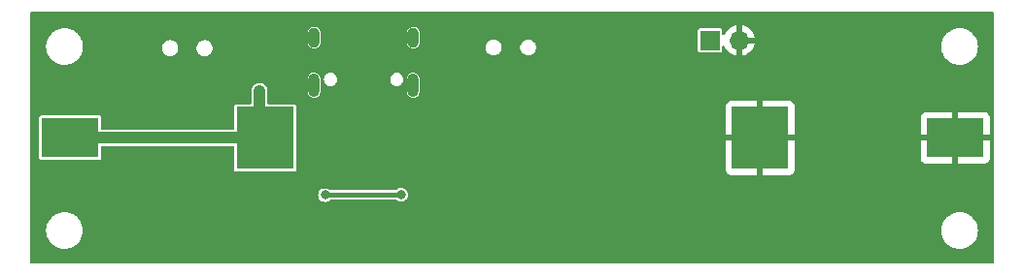
<source format=gbr>
%TF.GenerationSoftware,KiCad,Pcbnew,(6.0.11-0)*%
%TF.CreationDate,2024-11-14T16:08:27+08:00*%
%TF.ProjectId,Li-Po_charger,4c692d50-6f5f-4636-9861-726765722e6b,V1.0*%
%TF.SameCoordinates,Original*%
%TF.FileFunction,Copper,L2,Bot*%
%TF.FilePolarity,Positive*%
%FSLAX46Y46*%
G04 Gerber Fmt 4.6, Leading zero omitted, Abs format (unit mm)*
G04 Created by KiCad (PCBNEW (6.0.11-0)) date 2024-11-14 16:08:27*
%MOMM*%
%LPD*%
G01*
G04 APERTURE LIST*
%TA.AperFunction,ComponentPad*%
%ADD10R,1.700000X1.700000*%
%TD*%
%TA.AperFunction,ComponentPad*%
%ADD11O,1.700000X1.700000*%
%TD*%
%TA.AperFunction,ComponentPad*%
%ADD12O,1.000000X2.100000*%
%TD*%
%TA.AperFunction,ComponentPad*%
%ADD13O,1.000000X1.800000*%
%TD*%
%TA.AperFunction,SMDPad,CuDef*%
%ADD14R,5.000000X3.500000*%
%TD*%
%TA.AperFunction,ComponentPad*%
%ADD15C,2.500000*%
%TD*%
%TA.AperFunction,SMDPad,CuDef*%
%ADD16R,5.000000X5.500000*%
%TD*%
%TA.AperFunction,ViaPad*%
%ADD17C,0.800000*%
%TD*%
%TA.AperFunction,Conductor*%
%ADD18C,0.400000*%
%TD*%
%TA.AperFunction,Conductor*%
%ADD19C,1.000000*%
%TD*%
G04 APERTURE END LIST*
D10*
%TO.P,J3,1,Pin_1*%
%TO.N,Net-(C2-Pad1)*%
X134250000Y-64475000D03*
D11*
%TO.P,J3,2,Pin_2*%
%TO.N,GND*%
X136790000Y-64475000D03*
%TD*%
D12*
%TO.P,J1,S1,SHIELD*%
%TO.N,unconnected-(J1-PadS1)*%
X108382500Y-68390000D03*
%TO.P,J1,S2,SHIELD*%
%TO.N,unconnected-(J1-PadS2)*%
X99742500Y-68390000D03*
D13*
%TO.P,J1,S3,SHIELD*%
%TO.N,unconnected-(J1-PadS3)*%
X108382500Y-64240000D03*
%TO.P,J1,S4,SHIELD*%
%TO.N,unconnected-(J1-PadS4)*%
X99742500Y-64240000D03*
%TD*%
D14*
%TO.P,J2,1,Pin_1*%
%TO.N,Net-(J2-Pad1)*%
X78500000Y-73000000D03*
D15*
X95000000Y-73000000D03*
D16*
X95500000Y-73000000D03*
D15*
X79000000Y-73000000D03*
%TD*%
D16*
%TO.P,J5,1,Pin_1*%
%TO.N,GND*%
X138625000Y-73000000D03*
D14*
X155625000Y-73000000D03*
D15*
X155125000Y-73000000D03*
X139125000Y-73000000D03*
%TD*%
D17*
%TO.N,GND*%
X107300000Y-76000000D03*
X112000000Y-83000000D03*
X132000000Y-78000000D03*
X82000000Y-83000000D03*
X126200000Y-73500000D03*
X112000000Y-78000000D03*
X142000000Y-83000000D03*
X112000000Y-68000000D03*
X132000000Y-68000000D03*
X133500000Y-73400000D03*
X131500000Y-73400000D03*
X76000000Y-78000000D03*
X100700000Y-76000000D03*
X112000000Y-63000000D03*
X132000000Y-63000000D03*
X158000000Y-78000000D03*
X102000000Y-63000000D03*
X82000000Y-78000000D03*
X158000000Y-68000000D03*
X92000000Y-83000000D03*
X129500000Y-73400000D03*
X92000000Y-78000000D03*
X132000000Y-83000000D03*
X152000000Y-78000000D03*
X152000000Y-68000000D03*
X123100000Y-73500000D03*
X142000000Y-78000000D03*
X122000000Y-63000000D03*
X152000000Y-83000000D03*
X152000000Y-63000000D03*
X103400000Y-72200000D03*
X82000000Y-68000000D03*
X142000000Y-68000000D03*
X122000000Y-78000000D03*
X82000000Y-63000000D03*
X76000000Y-68000000D03*
X122000000Y-83000000D03*
%TO.N,VBUS*%
X100700000Y-78000000D03*
X107325000Y-77975000D03*
%TO.N,Net-(J2-Pad1)*%
X95000000Y-68900000D03*
%TD*%
D18*
%TO.N,VBUS*%
X107325000Y-77975000D02*
X100725000Y-77975000D01*
X100725000Y-77975000D02*
X100700000Y-78000000D01*
D19*
%TO.N,Net-(J2-Pad1)*%
X95000000Y-73000000D02*
X95000000Y-68900000D01*
X79000000Y-73000000D02*
X95000000Y-73000000D01*
%TD*%
%TA.AperFunction,Conductor*%
%TO.N,GND*%
G36*
X158941121Y-62021002D02*
G01*
X158987614Y-62074658D01*
X158999000Y-62127000D01*
X158999000Y-83873000D01*
X158978998Y-83941121D01*
X158925342Y-83987614D01*
X158873000Y-83999000D01*
X75127000Y-83999000D01*
X75058879Y-83978998D01*
X75012386Y-83925342D01*
X75001000Y-83873000D01*
X75001000Y-81100000D01*
X76394551Y-81100000D01*
X76414317Y-81351148D01*
X76473127Y-81596111D01*
X76569534Y-81828859D01*
X76701164Y-82043659D01*
X76704376Y-82047419D01*
X76704379Y-82047424D01*
X76849256Y-82217052D01*
X76864776Y-82235224D01*
X76868538Y-82238437D01*
X77052576Y-82395621D01*
X77052581Y-82395624D01*
X77056341Y-82398836D01*
X77271141Y-82530466D01*
X77275711Y-82532359D01*
X77275715Y-82532361D01*
X77499316Y-82624979D01*
X77503889Y-82626873D01*
X77588289Y-82647135D01*
X77744039Y-82684528D01*
X77744045Y-82684529D01*
X77748852Y-82685683D01*
X77837149Y-82692632D01*
X77934661Y-82700307D01*
X77934670Y-82700307D01*
X77937118Y-82700500D01*
X78062882Y-82700500D01*
X78065330Y-82700307D01*
X78065339Y-82700307D01*
X78162851Y-82692632D01*
X78251148Y-82685683D01*
X78255955Y-82684529D01*
X78255961Y-82684528D01*
X78411711Y-82647135D01*
X78496111Y-82626873D01*
X78500684Y-82624979D01*
X78724285Y-82532361D01*
X78724289Y-82532359D01*
X78728859Y-82530466D01*
X78943659Y-82398836D01*
X78947419Y-82395624D01*
X78947424Y-82395621D01*
X79131462Y-82238437D01*
X79135224Y-82235224D01*
X79150744Y-82217052D01*
X79295621Y-82047424D01*
X79295624Y-82047419D01*
X79298836Y-82043659D01*
X79430466Y-81828859D01*
X79526873Y-81596111D01*
X79585683Y-81351148D01*
X79605449Y-81100000D01*
X154394551Y-81100000D01*
X154414317Y-81351148D01*
X154473127Y-81596111D01*
X154569534Y-81828859D01*
X154701164Y-82043659D01*
X154704376Y-82047419D01*
X154704379Y-82047424D01*
X154849256Y-82217052D01*
X154864776Y-82235224D01*
X154868538Y-82238437D01*
X155052576Y-82395621D01*
X155052581Y-82395624D01*
X155056341Y-82398836D01*
X155271141Y-82530466D01*
X155275711Y-82532359D01*
X155275715Y-82532361D01*
X155499316Y-82624979D01*
X155503889Y-82626873D01*
X155588289Y-82647135D01*
X155744039Y-82684528D01*
X155744045Y-82684529D01*
X155748852Y-82685683D01*
X155837149Y-82692632D01*
X155934661Y-82700307D01*
X155934670Y-82700307D01*
X155937118Y-82700500D01*
X156062882Y-82700500D01*
X156065330Y-82700307D01*
X156065339Y-82700307D01*
X156162851Y-82692632D01*
X156251148Y-82685683D01*
X156255955Y-82684529D01*
X156255961Y-82684528D01*
X156411711Y-82647135D01*
X156496111Y-82626873D01*
X156500684Y-82624979D01*
X156724285Y-82532361D01*
X156724289Y-82532359D01*
X156728859Y-82530466D01*
X156943659Y-82398836D01*
X156947419Y-82395624D01*
X156947424Y-82395621D01*
X157131462Y-82238437D01*
X157135224Y-82235224D01*
X157150744Y-82217052D01*
X157295621Y-82047424D01*
X157295624Y-82047419D01*
X157298836Y-82043659D01*
X157430466Y-81828859D01*
X157526873Y-81596111D01*
X157585683Y-81351148D01*
X157605449Y-81100000D01*
X157585683Y-80848852D01*
X157526873Y-80603889D01*
X157430466Y-80371141D01*
X157298836Y-80156341D01*
X157295624Y-80152581D01*
X157295621Y-80152576D01*
X157138437Y-79968538D01*
X157135224Y-79964776D01*
X157117052Y-79949256D01*
X156947424Y-79804379D01*
X156947419Y-79804376D01*
X156943659Y-79801164D01*
X156728859Y-79669534D01*
X156724289Y-79667641D01*
X156724285Y-79667639D01*
X156500684Y-79575021D01*
X156500682Y-79575020D01*
X156496111Y-79573127D01*
X156411711Y-79552865D01*
X156255961Y-79515472D01*
X156255955Y-79515471D01*
X156251148Y-79514317D01*
X156162851Y-79507368D01*
X156065339Y-79499693D01*
X156065330Y-79499693D01*
X156062882Y-79499500D01*
X155937118Y-79499500D01*
X155934670Y-79499693D01*
X155934661Y-79499693D01*
X155837149Y-79507368D01*
X155748852Y-79514317D01*
X155744045Y-79515471D01*
X155744039Y-79515472D01*
X155588289Y-79552865D01*
X155503889Y-79573127D01*
X155499318Y-79575020D01*
X155499316Y-79575021D01*
X155275715Y-79667639D01*
X155275711Y-79667641D01*
X155271141Y-79669534D01*
X155056341Y-79801164D01*
X155052581Y-79804376D01*
X155052576Y-79804379D01*
X154882948Y-79949256D01*
X154864776Y-79964776D01*
X154861563Y-79968538D01*
X154704379Y-80152576D01*
X154704376Y-80152581D01*
X154701164Y-80156341D01*
X154569534Y-80371141D01*
X154473127Y-80603889D01*
X154414317Y-80848852D01*
X154394551Y-81100000D01*
X79605449Y-81100000D01*
X79585683Y-80848852D01*
X79526873Y-80603889D01*
X79430466Y-80371141D01*
X79298836Y-80156341D01*
X79295624Y-80152581D01*
X79295621Y-80152576D01*
X79138437Y-79968538D01*
X79135224Y-79964776D01*
X79117052Y-79949256D01*
X78947424Y-79804379D01*
X78947419Y-79804376D01*
X78943659Y-79801164D01*
X78728859Y-79669534D01*
X78724289Y-79667641D01*
X78724285Y-79667639D01*
X78500684Y-79575021D01*
X78500682Y-79575020D01*
X78496111Y-79573127D01*
X78411711Y-79552865D01*
X78255961Y-79515472D01*
X78255955Y-79515471D01*
X78251148Y-79514317D01*
X78162851Y-79507368D01*
X78065339Y-79499693D01*
X78065330Y-79499693D01*
X78062882Y-79499500D01*
X77937118Y-79499500D01*
X77934670Y-79499693D01*
X77934661Y-79499693D01*
X77837149Y-79507368D01*
X77748852Y-79514317D01*
X77744045Y-79515471D01*
X77744039Y-79515472D01*
X77588289Y-79552865D01*
X77503889Y-79573127D01*
X77499318Y-79575020D01*
X77499316Y-79575021D01*
X77275715Y-79667639D01*
X77275711Y-79667641D01*
X77271141Y-79669534D01*
X77056341Y-79801164D01*
X77052581Y-79804376D01*
X77052576Y-79804379D01*
X76882948Y-79949256D01*
X76864776Y-79964776D01*
X76861563Y-79968538D01*
X76704379Y-80152576D01*
X76704376Y-80152581D01*
X76701164Y-80156341D01*
X76569534Y-80371141D01*
X76473127Y-80603889D01*
X76414317Y-80848852D01*
X76394551Y-81100000D01*
X75001000Y-81100000D01*
X75001000Y-78000000D01*
X100094318Y-78000000D01*
X100114956Y-78156762D01*
X100175464Y-78302841D01*
X100271718Y-78428282D01*
X100397159Y-78524536D01*
X100543238Y-78585044D01*
X100700000Y-78605682D01*
X100708188Y-78604604D01*
X100848574Y-78586122D01*
X100856762Y-78585044D01*
X101002841Y-78524536D01*
X101128282Y-78428282D01*
X101133305Y-78421736D01*
X101139150Y-78415891D01*
X101140839Y-78417580D01*
X101188298Y-78382928D01*
X101230920Y-78375500D01*
X106818269Y-78375500D01*
X106886390Y-78395502D01*
X106896460Y-78403618D01*
X106896718Y-78403282D01*
X107022159Y-78499536D01*
X107168238Y-78560044D01*
X107325000Y-78580682D01*
X107333188Y-78579604D01*
X107473574Y-78561122D01*
X107481762Y-78560044D01*
X107627841Y-78499536D01*
X107729232Y-78421736D01*
X107746736Y-78408305D01*
X107753282Y-78403282D01*
X107849536Y-78277841D01*
X107910044Y-78131762D01*
X107930682Y-77975000D01*
X107910044Y-77818238D01*
X107849536Y-77672159D01*
X107753282Y-77546718D01*
X107627841Y-77450464D01*
X107481762Y-77389956D01*
X107325000Y-77369318D01*
X107168238Y-77389956D01*
X107022159Y-77450464D01*
X106896718Y-77546718D01*
X106894928Y-77544386D01*
X106845052Y-77571621D01*
X106818269Y-77574500D01*
X101174679Y-77574500D01*
X101106558Y-77554498D01*
X101097975Y-77548462D01*
X101009397Y-77480494D01*
X101009392Y-77480491D01*
X101002841Y-77475464D01*
X100856762Y-77414956D01*
X100700000Y-77394318D01*
X100543238Y-77414956D01*
X100397159Y-77475464D01*
X100271718Y-77571718D01*
X100175464Y-77697159D01*
X100114956Y-77843238D01*
X100094318Y-78000000D01*
X75001000Y-78000000D01*
X75001000Y-74769748D01*
X75799500Y-74769748D01*
X75811133Y-74828231D01*
X75855448Y-74894552D01*
X75921769Y-74938867D01*
X75933938Y-74941288D01*
X75933939Y-74941288D01*
X75974184Y-74949293D01*
X75980252Y-74950500D01*
X81019748Y-74950500D01*
X81025816Y-74949293D01*
X81066061Y-74941288D01*
X81066062Y-74941288D01*
X81078231Y-74938867D01*
X81144552Y-74894552D01*
X81188867Y-74828231D01*
X81200500Y-74769748D01*
X81200500Y-73826500D01*
X81220502Y-73758379D01*
X81274158Y-73711886D01*
X81326500Y-73700500D01*
X92673500Y-73700500D01*
X92741621Y-73720502D01*
X92788114Y-73774158D01*
X92799500Y-73826500D01*
X92799500Y-75769748D01*
X92811133Y-75828231D01*
X92855448Y-75894552D01*
X92921769Y-75938867D01*
X92933938Y-75941288D01*
X92933939Y-75941288D01*
X92974184Y-75949293D01*
X92980252Y-75950500D01*
X98019748Y-75950500D01*
X98025816Y-75949293D01*
X98066061Y-75941288D01*
X98066062Y-75941288D01*
X98078231Y-75938867D01*
X98144552Y-75894552D01*
X98188867Y-75828231D01*
X98195543Y-75794669D01*
X135617001Y-75794669D01*
X135617371Y-75801490D01*
X135622895Y-75852352D01*
X135626521Y-75867604D01*
X135671676Y-75988054D01*
X135680214Y-76003649D01*
X135756715Y-76105724D01*
X135769276Y-76118285D01*
X135871351Y-76194786D01*
X135886946Y-76203324D01*
X136007394Y-76248478D01*
X136022649Y-76252105D01*
X136073514Y-76257631D01*
X136080328Y-76258000D01*
X138352885Y-76258000D01*
X138368124Y-76253525D01*
X138369329Y-76252135D01*
X138371000Y-76244452D01*
X138371000Y-76239884D01*
X138879000Y-76239884D01*
X138883475Y-76255123D01*
X138884865Y-76256328D01*
X138892548Y-76257999D01*
X141169669Y-76257999D01*
X141176490Y-76257629D01*
X141227352Y-76252105D01*
X141242604Y-76248479D01*
X141363054Y-76203324D01*
X141378649Y-76194786D01*
X141480724Y-76118285D01*
X141493285Y-76105724D01*
X141569786Y-76003649D01*
X141578324Y-75988054D01*
X141623478Y-75867606D01*
X141627105Y-75852351D01*
X141632631Y-75801486D01*
X141633000Y-75794672D01*
X141633000Y-74794669D01*
X152617001Y-74794669D01*
X152617371Y-74801490D01*
X152622895Y-74852352D01*
X152626521Y-74867604D01*
X152671676Y-74988054D01*
X152680214Y-75003649D01*
X152756715Y-75105724D01*
X152769276Y-75118285D01*
X152871351Y-75194786D01*
X152886946Y-75203324D01*
X153007394Y-75248478D01*
X153022649Y-75252105D01*
X153073514Y-75257631D01*
X153080328Y-75258000D01*
X155352885Y-75258000D01*
X155368124Y-75253525D01*
X155369329Y-75252135D01*
X155371000Y-75244452D01*
X155371000Y-75239884D01*
X155879000Y-75239884D01*
X155883475Y-75255123D01*
X155884865Y-75256328D01*
X155892548Y-75257999D01*
X158169669Y-75257999D01*
X158176490Y-75257629D01*
X158227352Y-75252105D01*
X158242604Y-75248479D01*
X158363054Y-75203324D01*
X158378649Y-75194786D01*
X158480724Y-75118285D01*
X158493285Y-75105724D01*
X158569786Y-75003649D01*
X158578324Y-74988054D01*
X158623478Y-74867606D01*
X158627105Y-74852351D01*
X158632631Y-74801486D01*
X158633000Y-74794672D01*
X158633000Y-73272115D01*
X158628525Y-73256876D01*
X158627135Y-73255671D01*
X158619452Y-73254000D01*
X155897115Y-73254000D01*
X155881876Y-73258475D01*
X155880671Y-73259865D01*
X155879000Y-73267548D01*
X155879000Y-75239884D01*
X155371000Y-75239884D01*
X155371000Y-73272115D01*
X155366525Y-73256876D01*
X155365135Y-73255671D01*
X155357452Y-73254000D01*
X152635116Y-73254000D01*
X152619877Y-73258475D01*
X152618672Y-73259865D01*
X152617001Y-73267548D01*
X152617001Y-74794669D01*
X141633000Y-74794669D01*
X141633000Y-73272115D01*
X141628525Y-73256876D01*
X141627135Y-73255671D01*
X141619452Y-73254000D01*
X138897115Y-73254000D01*
X138881876Y-73258475D01*
X138880671Y-73259865D01*
X138879000Y-73267548D01*
X138879000Y-76239884D01*
X138371000Y-76239884D01*
X138371000Y-73272115D01*
X138366525Y-73256876D01*
X138365135Y-73255671D01*
X138357452Y-73254000D01*
X135635116Y-73254000D01*
X135619877Y-73258475D01*
X135618672Y-73259865D01*
X135617001Y-73267548D01*
X135617001Y-75794669D01*
X98195543Y-75794669D01*
X98200500Y-75769748D01*
X98200500Y-72727885D01*
X135617000Y-72727885D01*
X135621475Y-72743124D01*
X135622865Y-72744329D01*
X135630548Y-72746000D01*
X138352885Y-72746000D01*
X138368124Y-72741525D01*
X138369329Y-72740135D01*
X138371000Y-72732452D01*
X138371000Y-72727885D01*
X138879000Y-72727885D01*
X138883475Y-72743124D01*
X138884865Y-72744329D01*
X138892548Y-72746000D01*
X141614884Y-72746000D01*
X141630123Y-72741525D01*
X141631328Y-72740135D01*
X141632999Y-72732452D01*
X141632999Y-72727885D01*
X152617000Y-72727885D01*
X152621475Y-72743124D01*
X152622865Y-72744329D01*
X152630548Y-72746000D01*
X155352885Y-72746000D01*
X155368124Y-72741525D01*
X155369329Y-72740135D01*
X155371000Y-72732452D01*
X155371000Y-72727885D01*
X155879000Y-72727885D01*
X155883475Y-72743124D01*
X155884865Y-72744329D01*
X155892548Y-72746000D01*
X158614884Y-72746000D01*
X158630123Y-72741525D01*
X158631328Y-72740135D01*
X158632999Y-72732452D01*
X158632999Y-71205331D01*
X158632629Y-71198510D01*
X158627105Y-71147648D01*
X158623479Y-71132396D01*
X158578324Y-71011946D01*
X158569786Y-70996351D01*
X158493285Y-70894276D01*
X158480724Y-70881715D01*
X158378649Y-70805214D01*
X158363054Y-70796676D01*
X158242606Y-70751522D01*
X158227351Y-70747895D01*
X158176486Y-70742369D01*
X158169672Y-70742000D01*
X155897115Y-70742000D01*
X155881876Y-70746475D01*
X155880671Y-70747865D01*
X155879000Y-70755548D01*
X155879000Y-72727885D01*
X155371000Y-72727885D01*
X155371000Y-70760116D01*
X155366525Y-70744877D01*
X155365135Y-70743672D01*
X155357452Y-70742001D01*
X153080331Y-70742001D01*
X153073510Y-70742371D01*
X153022648Y-70747895D01*
X153007396Y-70751521D01*
X152886946Y-70796676D01*
X152871351Y-70805214D01*
X152769276Y-70881715D01*
X152756715Y-70894276D01*
X152680214Y-70996351D01*
X152671676Y-71011946D01*
X152626522Y-71132394D01*
X152622895Y-71147649D01*
X152617369Y-71198514D01*
X152617000Y-71205328D01*
X152617000Y-72727885D01*
X141632999Y-72727885D01*
X141632999Y-70205331D01*
X141632629Y-70198510D01*
X141627105Y-70147648D01*
X141623479Y-70132396D01*
X141578324Y-70011946D01*
X141569786Y-69996351D01*
X141493285Y-69894276D01*
X141480724Y-69881715D01*
X141378649Y-69805214D01*
X141363054Y-69796676D01*
X141242606Y-69751522D01*
X141227351Y-69747895D01*
X141176486Y-69742369D01*
X141169672Y-69742000D01*
X138897115Y-69742000D01*
X138881876Y-69746475D01*
X138880671Y-69747865D01*
X138879000Y-69755548D01*
X138879000Y-72727885D01*
X138371000Y-72727885D01*
X138371000Y-69760116D01*
X138366525Y-69744877D01*
X138365135Y-69743672D01*
X138357452Y-69742001D01*
X136080331Y-69742001D01*
X136073510Y-69742371D01*
X136022648Y-69747895D01*
X136007396Y-69751521D01*
X135886946Y-69796676D01*
X135871351Y-69805214D01*
X135769276Y-69881715D01*
X135756715Y-69894276D01*
X135680214Y-69996351D01*
X135671676Y-70011946D01*
X135626522Y-70132394D01*
X135622895Y-70147649D01*
X135617369Y-70198514D01*
X135617000Y-70205328D01*
X135617000Y-72727885D01*
X98200500Y-72727885D01*
X98200500Y-70230252D01*
X98188867Y-70171769D01*
X98144552Y-70105448D01*
X98078231Y-70061133D01*
X98066062Y-70058712D01*
X98066061Y-70058712D01*
X98025816Y-70050707D01*
X98019748Y-70049500D01*
X95826500Y-70049500D01*
X95758379Y-70029498D01*
X95711886Y-69975842D01*
X95700500Y-69923500D01*
X95700500Y-68977785D01*
X99192000Y-68977785D01*
X99192582Y-68982030D01*
X99192582Y-68982037D01*
X99197944Y-69021175D01*
X99207294Y-69089432D01*
X99210706Y-69097316D01*
X99210706Y-69097317D01*
X99243593Y-69173313D01*
X99267195Y-69227855D01*
X99362114Y-69345070D01*
X99485058Y-69432442D01*
X99626968Y-69483533D01*
X99635530Y-69484162D01*
X99635531Y-69484162D01*
X99702180Y-69489057D01*
X99777391Y-69494580D01*
X99785806Y-69492883D01*
X99785809Y-69492883D01*
X99851317Y-69479673D01*
X99925243Y-69464767D01*
X100059632Y-69396293D01*
X100170656Y-69294201D01*
X100216680Y-69219971D01*
X100245610Y-69173313D01*
X100245611Y-69173310D01*
X100250135Y-69166014D01*
X100292215Y-69021175D01*
X100293000Y-69010485D01*
X100293000Y-68977785D01*
X107832000Y-68977785D01*
X107832582Y-68982030D01*
X107832582Y-68982037D01*
X107837944Y-69021175D01*
X107847294Y-69089432D01*
X107850706Y-69097316D01*
X107850706Y-69097317D01*
X107883593Y-69173313D01*
X107907195Y-69227855D01*
X108002114Y-69345070D01*
X108125058Y-69432442D01*
X108266968Y-69483533D01*
X108275530Y-69484162D01*
X108275531Y-69484162D01*
X108342180Y-69489057D01*
X108417391Y-69494580D01*
X108425806Y-69492883D01*
X108425809Y-69492883D01*
X108491317Y-69479673D01*
X108565243Y-69464767D01*
X108699632Y-69396293D01*
X108810656Y-69294201D01*
X108856680Y-69219971D01*
X108885610Y-69173313D01*
X108885611Y-69173310D01*
X108890135Y-69166014D01*
X108932215Y-69021175D01*
X108933000Y-69010485D01*
X108933000Y-67802215D01*
X108928839Y-67771834D01*
X108918872Y-67699082D01*
X108917706Y-67690568D01*
X108881715Y-67607397D01*
X108861217Y-67560029D01*
X108861216Y-67560027D01*
X108857805Y-67552145D01*
X108762886Y-67434930D01*
X108639942Y-67347558D01*
X108498032Y-67296467D01*
X108489470Y-67295838D01*
X108489469Y-67295838D01*
X108422821Y-67290944D01*
X108347609Y-67285420D01*
X108339194Y-67287117D01*
X108339191Y-67287117D01*
X108292823Y-67296467D01*
X108199757Y-67315233D01*
X108065368Y-67383707D01*
X107954344Y-67485799D01*
X107917348Y-67545467D01*
X107879390Y-67606687D01*
X107879389Y-67606690D01*
X107874865Y-67613986D01*
X107832785Y-67758825D01*
X107832000Y-67769515D01*
X107832000Y-68977785D01*
X100293000Y-68977785D01*
X100293000Y-67890000D01*
X100592034Y-67890000D01*
X100611813Y-68040236D01*
X100669802Y-68180233D01*
X100762049Y-68300451D01*
X100882267Y-68392698D01*
X101022264Y-68450687D01*
X101134780Y-68465500D01*
X101210220Y-68465500D01*
X101322736Y-68450687D01*
X101462733Y-68392698D01*
X101582951Y-68300451D01*
X101675198Y-68180233D01*
X101733187Y-68040236D01*
X101752966Y-67890000D01*
X106372034Y-67890000D01*
X106391813Y-68040236D01*
X106449802Y-68180233D01*
X106542049Y-68300451D01*
X106662267Y-68392698D01*
X106802264Y-68450687D01*
X106914780Y-68465500D01*
X106990220Y-68465500D01*
X107102736Y-68450687D01*
X107242733Y-68392698D01*
X107362951Y-68300451D01*
X107455198Y-68180233D01*
X107513187Y-68040236D01*
X107532966Y-67890000D01*
X107513187Y-67739764D01*
X107455198Y-67599767D01*
X107362951Y-67479549D01*
X107242733Y-67387302D01*
X107102736Y-67329313D01*
X106990220Y-67314500D01*
X106914780Y-67314500D01*
X106802264Y-67329313D01*
X106662267Y-67387302D01*
X106542049Y-67479549D01*
X106449802Y-67599767D01*
X106391813Y-67739764D01*
X106372034Y-67890000D01*
X101752966Y-67890000D01*
X101733187Y-67739764D01*
X101675198Y-67599767D01*
X101582951Y-67479549D01*
X101462733Y-67387302D01*
X101322736Y-67329313D01*
X101210220Y-67314500D01*
X101134780Y-67314500D01*
X101022264Y-67329313D01*
X100882267Y-67387302D01*
X100762049Y-67479549D01*
X100669802Y-67599767D01*
X100611813Y-67739764D01*
X100592034Y-67890000D01*
X100293000Y-67890000D01*
X100293000Y-67802215D01*
X100288839Y-67771834D01*
X100278872Y-67699082D01*
X100277706Y-67690568D01*
X100241715Y-67607397D01*
X100221217Y-67560029D01*
X100221216Y-67560027D01*
X100217805Y-67552145D01*
X100122886Y-67434930D01*
X99999942Y-67347558D01*
X99858032Y-67296467D01*
X99849470Y-67295838D01*
X99849469Y-67295838D01*
X99782821Y-67290944D01*
X99707609Y-67285420D01*
X99699194Y-67287117D01*
X99699191Y-67287117D01*
X99652823Y-67296467D01*
X99559757Y-67315233D01*
X99425368Y-67383707D01*
X99314344Y-67485799D01*
X99277348Y-67545467D01*
X99239390Y-67606687D01*
X99239389Y-67606690D01*
X99234865Y-67613986D01*
X99192785Y-67758825D01*
X99192000Y-67769515D01*
X99192000Y-68977785D01*
X95700500Y-68977785D01*
X95700500Y-68857484D01*
X95685276Y-68731680D01*
X95625345Y-68573077D01*
X95541228Y-68450687D01*
X95533614Y-68439608D01*
X95533613Y-68439607D01*
X95529312Y-68433349D01*
X95517514Y-68422837D01*
X95408392Y-68325612D01*
X95408388Y-68325610D01*
X95402721Y-68320560D01*
X95252881Y-68241224D01*
X95088441Y-68199919D01*
X95080843Y-68199879D01*
X95080841Y-68199879D01*
X95003668Y-68199475D01*
X94918895Y-68199031D01*
X94911508Y-68200805D01*
X94911504Y-68200805D01*
X94768162Y-68235220D01*
X94754032Y-68238612D01*
X94747288Y-68242093D01*
X94747285Y-68242094D01*
X94634221Y-68300451D01*
X94603369Y-68316375D01*
X94475604Y-68427831D01*
X94378113Y-68566547D01*
X94316524Y-68724513D01*
X94299500Y-68853826D01*
X94299500Y-69923500D01*
X94279498Y-69991621D01*
X94225842Y-70038114D01*
X94173500Y-70049500D01*
X92980252Y-70049500D01*
X92974184Y-70050707D01*
X92933939Y-70058712D01*
X92933938Y-70058712D01*
X92921769Y-70061133D01*
X92855448Y-70105448D01*
X92811133Y-70171769D01*
X92799500Y-70230252D01*
X92799500Y-72173500D01*
X92779498Y-72241621D01*
X92725842Y-72288114D01*
X92673500Y-72299500D01*
X81326500Y-72299500D01*
X81258379Y-72279498D01*
X81211886Y-72225842D01*
X81200500Y-72173500D01*
X81200500Y-71230252D01*
X81188867Y-71171769D01*
X81144552Y-71105448D01*
X81078231Y-71061133D01*
X81066062Y-71058712D01*
X81066061Y-71058712D01*
X81025816Y-71050707D01*
X81019748Y-71049500D01*
X75980252Y-71049500D01*
X75974184Y-71050707D01*
X75933939Y-71058712D01*
X75933938Y-71058712D01*
X75921769Y-71061133D01*
X75855448Y-71105448D01*
X75811133Y-71171769D01*
X75799500Y-71230252D01*
X75799500Y-74769748D01*
X75001000Y-74769748D01*
X75001000Y-65000000D01*
X76394551Y-65000000D01*
X76414317Y-65251148D01*
X76415471Y-65255955D01*
X76415472Y-65255961D01*
X76447885Y-65390968D01*
X76473127Y-65496111D01*
X76475020Y-65500682D01*
X76475021Y-65500684D01*
X76546713Y-65673763D01*
X76569534Y-65728859D01*
X76701164Y-65943659D01*
X76704376Y-65947419D01*
X76704379Y-65947424D01*
X76849256Y-66117052D01*
X76864776Y-66135224D01*
X76868538Y-66138437D01*
X77052576Y-66295621D01*
X77052581Y-66295624D01*
X77056341Y-66298836D01*
X77271141Y-66430466D01*
X77275711Y-66432359D01*
X77275715Y-66432361D01*
X77499316Y-66524979D01*
X77503889Y-66526873D01*
X77588289Y-66547135D01*
X77744039Y-66584528D01*
X77744045Y-66584529D01*
X77748852Y-66585683D01*
X77837149Y-66592632D01*
X77934661Y-66600307D01*
X77934670Y-66600307D01*
X77937118Y-66600500D01*
X78062882Y-66600500D01*
X78065330Y-66600307D01*
X78065339Y-66600307D01*
X78162851Y-66592632D01*
X78251148Y-66585683D01*
X78255955Y-66584529D01*
X78255961Y-66584528D01*
X78411711Y-66547135D01*
X78496111Y-66526873D01*
X78500684Y-66524979D01*
X78724285Y-66432361D01*
X78724289Y-66432359D01*
X78728859Y-66430466D01*
X78943659Y-66298836D01*
X78947419Y-66295624D01*
X78947424Y-66295621D01*
X79131462Y-66138437D01*
X79135224Y-66135224D01*
X79150744Y-66117052D01*
X79295621Y-65947424D01*
X79295624Y-65947419D01*
X79298836Y-65943659D01*
X79430466Y-65728859D01*
X79453288Y-65673763D01*
X79524979Y-65500684D01*
X79524980Y-65500682D01*
X79526873Y-65496111D01*
X79552115Y-65390968D01*
X79584528Y-65255961D01*
X79584529Y-65255955D01*
X79585683Y-65251148D01*
X79587654Y-65226105D01*
X86499031Y-65226105D01*
X86500805Y-65233492D01*
X86500805Y-65233496D01*
X86505043Y-65251148D01*
X86538612Y-65390968D01*
X86542093Y-65397712D01*
X86542094Y-65397715D01*
X86573849Y-65459239D01*
X86616375Y-65541631D01*
X86621367Y-65547353D01*
X86621368Y-65547355D01*
X86656752Y-65587916D01*
X86727831Y-65669396D01*
X86734045Y-65673763D01*
X86860330Y-65762518D01*
X86860332Y-65762519D01*
X86866547Y-65766887D01*
X87024513Y-65828476D01*
X87032046Y-65829468D01*
X87032047Y-65829468D01*
X87149739Y-65844962D01*
X87153826Y-65845500D01*
X87242516Y-65845500D01*
X87368320Y-65830276D01*
X87526923Y-65770345D01*
X87593414Y-65724647D01*
X87660392Y-65678614D01*
X87660393Y-65678613D01*
X87666651Y-65674312D01*
X87711125Y-65624396D01*
X87774388Y-65553392D01*
X87774390Y-65553388D01*
X87779440Y-65547721D01*
X87786238Y-65534883D01*
X87855224Y-65404589D01*
X87858776Y-65397881D01*
X87900081Y-65233441D01*
X87900120Y-65226105D01*
X89499031Y-65226105D01*
X89500805Y-65233492D01*
X89500805Y-65233496D01*
X89505043Y-65251148D01*
X89538612Y-65390968D01*
X89542093Y-65397712D01*
X89542094Y-65397715D01*
X89573849Y-65459239D01*
X89616375Y-65541631D01*
X89621367Y-65547353D01*
X89621368Y-65547355D01*
X89656752Y-65587916D01*
X89727831Y-65669396D01*
X89734045Y-65673763D01*
X89860330Y-65762518D01*
X89860332Y-65762519D01*
X89866547Y-65766887D01*
X90024513Y-65828476D01*
X90032046Y-65829468D01*
X90032047Y-65829468D01*
X90149739Y-65844962D01*
X90153826Y-65845500D01*
X90242516Y-65845500D01*
X90368320Y-65830276D01*
X90526923Y-65770345D01*
X90593414Y-65724647D01*
X90660392Y-65678614D01*
X90660393Y-65678613D01*
X90666651Y-65674312D01*
X90711125Y-65624396D01*
X90774388Y-65553392D01*
X90774390Y-65553388D01*
X90779440Y-65547721D01*
X90786238Y-65534883D01*
X90855224Y-65404589D01*
X90858776Y-65397881D01*
X90900081Y-65233441D01*
X90900294Y-65192883D01*
X90900830Y-65090476D01*
X90900969Y-65063895D01*
X90896450Y-65045070D01*
X90863161Y-64906417D01*
X90861388Y-64899032D01*
X90848114Y-64873313D01*
X90787108Y-64755117D01*
X90787108Y-64755116D01*
X90783625Y-64748369D01*
X90778313Y-64742279D01*
X90722051Y-64677785D01*
X99192000Y-64677785D01*
X99192582Y-64682030D01*
X99192582Y-64682037D01*
X99197944Y-64721175D01*
X99207294Y-64789432D01*
X99210706Y-64797316D01*
X99210706Y-64797317D01*
X99251731Y-64892119D01*
X99267195Y-64927855D01*
X99362114Y-65045070D01*
X99485058Y-65132442D01*
X99626968Y-65183533D01*
X99635530Y-65184162D01*
X99635531Y-65184162D01*
X99693798Y-65188441D01*
X99777391Y-65194580D01*
X99785806Y-65192883D01*
X99785809Y-65192883D01*
X99851317Y-65179674D01*
X99925243Y-65164767D01*
X100059632Y-65096293D01*
X100170656Y-64994201D01*
X100229663Y-64899032D01*
X100245610Y-64873313D01*
X100245611Y-64873310D01*
X100250135Y-64866014D01*
X100292215Y-64721175D01*
X100293000Y-64710485D01*
X100293000Y-64677785D01*
X107832000Y-64677785D01*
X107832582Y-64682030D01*
X107832582Y-64682037D01*
X107837944Y-64721175D01*
X107847294Y-64789432D01*
X107850706Y-64797316D01*
X107850706Y-64797317D01*
X107891731Y-64892119D01*
X107907195Y-64927855D01*
X108002114Y-65045070D01*
X108125058Y-65132442D01*
X108266968Y-65183533D01*
X108275530Y-65184162D01*
X108275531Y-65184162D01*
X108333798Y-65188441D01*
X108417391Y-65194580D01*
X108425806Y-65192883D01*
X108425809Y-65192883D01*
X108484220Y-65181105D01*
X114699031Y-65181105D01*
X114700805Y-65188492D01*
X114700805Y-65188496D01*
X114721667Y-65275388D01*
X114738612Y-65345968D01*
X114742093Y-65352712D01*
X114742094Y-65352715D01*
X114802398Y-65469552D01*
X114816375Y-65496631D01*
X114821367Y-65502353D01*
X114821368Y-65502355D01*
X114883808Y-65573931D01*
X114927831Y-65624396D01*
X114934045Y-65628763D01*
X115060330Y-65717518D01*
X115060332Y-65717519D01*
X115066547Y-65721887D01*
X115224513Y-65783476D01*
X115232046Y-65784468D01*
X115232047Y-65784468D01*
X115304946Y-65794065D01*
X115353826Y-65800500D01*
X115442516Y-65800500D01*
X115568320Y-65785276D01*
X115726923Y-65725345D01*
X115808329Y-65669396D01*
X115860392Y-65633614D01*
X115860393Y-65633613D01*
X115866651Y-65629312D01*
X115934294Y-65553392D01*
X115974388Y-65508392D01*
X115974390Y-65508388D01*
X115979440Y-65502721D01*
X115986238Y-65489883D01*
X116055224Y-65359589D01*
X116058776Y-65352881D01*
X116100081Y-65188441D01*
X116100120Y-65181105D01*
X117699031Y-65181105D01*
X117700805Y-65188492D01*
X117700805Y-65188496D01*
X117721667Y-65275388D01*
X117738612Y-65345968D01*
X117742093Y-65352712D01*
X117742094Y-65352715D01*
X117802398Y-65469552D01*
X117816375Y-65496631D01*
X117821367Y-65502353D01*
X117821368Y-65502355D01*
X117883808Y-65573931D01*
X117927831Y-65624396D01*
X117934045Y-65628763D01*
X118060330Y-65717518D01*
X118060332Y-65717519D01*
X118066547Y-65721887D01*
X118224513Y-65783476D01*
X118232046Y-65784468D01*
X118232047Y-65784468D01*
X118304946Y-65794065D01*
X118353826Y-65800500D01*
X118442516Y-65800500D01*
X118568320Y-65785276D01*
X118726923Y-65725345D01*
X118808329Y-65669396D01*
X118860392Y-65633614D01*
X118860393Y-65633613D01*
X118866651Y-65629312D01*
X118934294Y-65553392D01*
X118974388Y-65508392D01*
X118974390Y-65508388D01*
X118979440Y-65502721D01*
X118986238Y-65489883D01*
X119055224Y-65359589D01*
X119058776Y-65352881D01*
X119060819Y-65344748D01*
X133199500Y-65344748D01*
X133211133Y-65403231D01*
X133255448Y-65469552D01*
X133321769Y-65513867D01*
X133333938Y-65516288D01*
X133333939Y-65516288D01*
X133374184Y-65524293D01*
X133380252Y-65525500D01*
X135119748Y-65525500D01*
X135125816Y-65524293D01*
X135166061Y-65516288D01*
X135166062Y-65516288D01*
X135178231Y-65513867D01*
X135244552Y-65469552D01*
X135288867Y-65403231D01*
X135300500Y-65344748D01*
X135300500Y-65061752D01*
X135320502Y-64993631D01*
X135374158Y-64947138D01*
X135444432Y-64937034D01*
X135509012Y-64966528D01*
X135543243Y-65014348D01*
X135571770Y-65084603D01*
X135576413Y-65093794D01*
X135687694Y-65275388D01*
X135693777Y-65283699D01*
X135833213Y-65444667D01*
X135840580Y-65451883D01*
X136004434Y-65587916D01*
X136012881Y-65593831D01*
X136196756Y-65701279D01*
X136206042Y-65705729D01*
X136405001Y-65781703D01*
X136414899Y-65784579D01*
X136518250Y-65805606D01*
X136532299Y-65804410D01*
X136536000Y-65794065D01*
X136536000Y-65793517D01*
X137044000Y-65793517D01*
X137048064Y-65807359D01*
X137061478Y-65809393D01*
X137068184Y-65808534D01*
X137078262Y-65806392D01*
X137282255Y-65745191D01*
X137291842Y-65741433D01*
X137483095Y-65647739D01*
X137491945Y-65642464D01*
X137665328Y-65518792D01*
X137673200Y-65512139D01*
X137824052Y-65361812D01*
X137830730Y-65353965D01*
X137955003Y-65181020D01*
X137960313Y-65172183D01*
X138045412Y-65000000D01*
X154394551Y-65000000D01*
X154414317Y-65251148D01*
X154415471Y-65255955D01*
X154415472Y-65255961D01*
X154447885Y-65390968D01*
X154473127Y-65496111D01*
X154475020Y-65500682D01*
X154475021Y-65500684D01*
X154546713Y-65673763D01*
X154569534Y-65728859D01*
X154701164Y-65943659D01*
X154704376Y-65947419D01*
X154704379Y-65947424D01*
X154849256Y-66117052D01*
X154864776Y-66135224D01*
X154868538Y-66138437D01*
X155052576Y-66295621D01*
X155052581Y-66295624D01*
X155056341Y-66298836D01*
X155271141Y-66430466D01*
X155275711Y-66432359D01*
X155275715Y-66432361D01*
X155499316Y-66524979D01*
X155503889Y-66526873D01*
X155588289Y-66547135D01*
X155744039Y-66584528D01*
X155744045Y-66584529D01*
X155748852Y-66585683D01*
X155837149Y-66592632D01*
X155934661Y-66600307D01*
X155934670Y-66600307D01*
X155937118Y-66600500D01*
X156062882Y-66600500D01*
X156065330Y-66600307D01*
X156065339Y-66600307D01*
X156162851Y-66592632D01*
X156251148Y-66585683D01*
X156255955Y-66584529D01*
X156255961Y-66584528D01*
X156411711Y-66547135D01*
X156496111Y-66526873D01*
X156500684Y-66524979D01*
X156724285Y-66432361D01*
X156724289Y-66432359D01*
X156728859Y-66430466D01*
X156943659Y-66298836D01*
X156947419Y-66295624D01*
X156947424Y-66295621D01*
X157131462Y-66138437D01*
X157135224Y-66135224D01*
X157150744Y-66117052D01*
X157295621Y-65947424D01*
X157295624Y-65947419D01*
X157298836Y-65943659D01*
X157430466Y-65728859D01*
X157453288Y-65673763D01*
X157524979Y-65500684D01*
X157524980Y-65500682D01*
X157526873Y-65496111D01*
X157552115Y-65390968D01*
X157584528Y-65255961D01*
X157584529Y-65255955D01*
X157585683Y-65251148D01*
X157605449Y-65000000D01*
X157585683Y-64748852D01*
X157582744Y-64736608D01*
X157532537Y-64527482D01*
X157526873Y-64503889D01*
X157518006Y-64482482D01*
X157432361Y-64275715D01*
X157432359Y-64275711D01*
X157430466Y-64271141D01*
X157298836Y-64056341D01*
X157295624Y-64052581D01*
X157295621Y-64052576D01*
X157138437Y-63868538D01*
X157135224Y-63864776D01*
X157101314Y-63835814D01*
X156947424Y-63704379D01*
X156947419Y-63704376D01*
X156943659Y-63701164D01*
X156728859Y-63569534D01*
X156724289Y-63567641D01*
X156724285Y-63567639D01*
X156500684Y-63475021D01*
X156500682Y-63475020D01*
X156496111Y-63473127D01*
X156411711Y-63452865D01*
X156255961Y-63415472D01*
X156255955Y-63415471D01*
X156251148Y-63414317D01*
X156162851Y-63407368D01*
X156065339Y-63399693D01*
X156065330Y-63399693D01*
X156062882Y-63399500D01*
X155937118Y-63399500D01*
X155934670Y-63399693D01*
X155934661Y-63399693D01*
X155837149Y-63407368D01*
X155748852Y-63414317D01*
X155744045Y-63415471D01*
X155744039Y-63415472D01*
X155588289Y-63452865D01*
X155503889Y-63473127D01*
X155499318Y-63475020D01*
X155499316Y-63475021D01*
X155275715Y-63567639D01*
X155275711Y-63567641D01*
X155271141Y-63569534D01*
X155056341Y-63701164D01*
X155052581Y-63704376D01*
X155052576Y-63704379D01*
X154898686Y-63835814D01*
X154864776Y-63864776D01*
X154861563Y-63868538D01*
X154704379Y-64052576D01*
X154704376Y-64052581D01*
X154701164Y-64056341D01*
X154569534Y-64271141D01*
X154567641Y-64275711D01*
X154567639Y-64275715D01*
X154481994Y-64482482D01*
X154473127Y-64503889D01*
X154467463Y-64527482D01*
X154417257Y-64736608D01*
X154414317Y-64748852D01*
X154394551Y-65000000D01*
X138045412Y-65000000D01*
X138054670Y-64981267D01*
X138058469Y-64971672D01*
X138120377Y-64767910D01*
X138122555Y-64757837D01*
X138123986Y-64746962D01*
X138121775Y-64732778D01*
X138108617Y-64729000D01*
X137062115Y-64729000D01*
X137046876Y-64733475D01*
X137045671Y-64734865D01*
X137044000Y-64742548D01*
X137044000Y-65793517D01*
X136536000Y-65793517D01*
X136536000Y-64202885D01*
X137044000Y-64202885D01*
X137048475Y-64218124D01*
X137049865Y-64219329D01*
X137057548Y-64221000D01*
X138108344Y-64221000D01*
X138121875Y-64217027D01*
X138123180Y-64207947D01*
X138081214Y-64040875D01*
X138077894Y-64031124D01*
X137992972Y-63835814D01*
X137988105Y-63826739D01*
X137872426Y-63647926D01*
X137866136Y-63639757D01*
X137722806Y-63482240D01*
X137715273Y-63475215D01*
X137548139Y-63343222D01*
X137539552Y-63337517D01*
X137353117Y-63234599D01*
X137343705Y-63230369D01*
X137142959Y-63159280D01*
X137132988Y-63156646D01*
X137061837Y-63143972D01*
X137048540Y-63145432D01*
X137044000Y-63159989D01*
X137044000Y-64202885D01*
X136536000Y-64202885D01*
X136536000Y-63158102D01*
X136532082Y-63144758D01*
X136517806Y-63142771D01*
X136479324Y-63148660D01*
X136469288Y-63151051D01*
X136266868Y-63217212D01*
X136257359Y-63221209D01*
X136068463Y-63319542D01*
X136059738Y-63325036D01*
X135889433Y-63452905D01*
X135881726Y-63459748D01*
X135734590Y-63613717D01*
X135728104Y-63621727D01*
X135608098Y-63797649D01*
X135603000Y-63806623D01*
X135540788Y-63940647D01*
X135493964Y-63994014D01*
X135425720Y-64013595D01*
X135357725Y-63993171D01*
X135311565Y-63939229D01*
X135300500Y-63887597D01*
X135300500Y-63605252D01*
X135288867Y-63546769D01*
X135244552Y-63480448D01*
X135178231Y-63436133D01*
X135166062Y-63433712D01*
X135166061Y-63433712D01*
X135125816Y-63425707D01*
X135119748Y-63424500D01*
X133380252Y-63424500D01*
X133374184Y-63425707D01*
X133333939Y-63433712D01*
X133333938Y-63433712D01*
X133321769Y-63436133D01*
X133255448Y-63480448D01*
X133211133Y-63546769D01*
X133199500Y-63605252D01*
X133199500Y-65344748D01*
X119060819Y-65344748D01*
X119100081Y-65188441D01*
X119100226Y-65160868D01*
X119100625Y-65084603D01*
X119100969Y-65018895D01*
X119097617Y-65004930D01*
X119063161Y-64861417D01*
X119061388Y-64854032D01*
X119028046Y-64789432D01*
X118987108Y-64710117D01*
X118987108Y-64710116D01*
X118983625Y-64703369D01*
X118978313Y-64697279D01*
X118877163Y-64581329D01*
X118872169Y-64575604D01*
X118793555Y-64520353D01*
X118739670Y-64482482D01*
X118739668Y-64482481D01*
X118733453Y-64478113D01*
X118575487Y-64416524D01*
X118567954Y-64415532D01*
X118567953Y-64415532D01*
X118450261Y-64400038D01*
X118450260Y-64400038D01*
X118446174Y-64399500D01*
X118357484Y-64399500D01*
X118231680Y-64414724D01*
X118073077Y-64474655D01*
X118066819Y-64478956D01*
X117996214Y-64527482D01*
X117933349Y-64570688D01*
X117928297Y-64576358D01*
X117928296Y-64576359D01*
X117825612Y-64691608D01*
X117825610Y-64691612D01*
X117820560Y-64697279D01*
X117817008Y-64703988D01*
X117817007Y-64703989D01*
X117801764Y-64732778D01*
X117741224Y-64847119D01*
X117699919Y-65011559D01*
X117699879Y-65019157D01*
X117699879Y-65019159D01*
X117699605Y-65071495D01*
X117699031Y-65181105D01*
X116100120Y-65181105D01*
X116100226Y-65160868D01*
X116100625Y-65084603D01*
X116100969Y-65018895D01*
X116097617Y-65004930D01*
X116063161Y-64861417D01*
X116061388Y-64854032D01*
X116028046Y-64789432D01*
X115987108Y-64710117D01*
X115987108Y-64710116D01*
X115983625Y-64703369D01*
X115978313Y-64697279D01*
X115877163Y-64581329D01*
X115872169Y-64575604D01*
X115793555Y-64520353D01*
X115739670Y-64482482D01*
X115739668Y-64482481D01*
X115733453Y-64478113D01*
X115575487Y-64416524D01*
X115567954Y-64415532D01*
X115567953Y-64415532D01*
X115450261Y-64400038D01*
X115450260Y-64400038D01*
X115446174Y-64399500D01*
X115357484Y-64399500D01*
X115231680Y-64414724D01*
X115073077Y-64474655D01*
X115066819Y-64478956D01*
X114996214Y-64527482D01*
X114933349Y-64570688D01*
X114928297Y-64576358D01*
X114928296Y-64576359D01*
X114825612Y-64691608D01*
X114825610Y-64691612D01*
X114820560Y-64697279D01*
X114817008Y-64703988D01*
X114817007Y-64703989D01*
X114801764Y-64732778D01*
X114741224Y-64847119D01*
X114699919Y-65011559D01*
X114699879Y-65019157D01*
X114699879Y-65019159D01*
X114699605Y-65071495D01*
X114699031Y-65181105D01*
X108484220Y-65181105D01*
X108491317Y-65179674D01*
X108565243Y-65164767D01*
X108699632Y-65096293D01*
X108810656Y-64994201D01*
X108869663Y-64899032D01*
X108885610Y-64873313D01*
X108885611Y-64873310D01*
X108890135Y-64866014D01*
X108932215Y-64721175D01*
X108933000Y-64710485D01*
X108933000Y-63802215D01*
X108928839Y-63771834D01*
X108918872Y-63699082D01*
X108917706Y-63690568D01*
X108883464Y-63611439D01*
X108861217Y-63560029D01*
X108861216Y-63560027D01*
X108857805Y-63552145D01*
X108762886Y-63434930D01*
X108639942Y-63347558D01*
X108498032Y-63296467D01*
X108489470Y-63295838D01*
X108489469Y-63295838D01*
X108422821Y-63290944D01*
X108347609Y-63285420D01*
X108339194Y-63287117D01*
X108339191Y-63287117D01*
X108292823Y-63296467D01*
X108199757Y-63315233D01*
X108065368Y-63383707D01*
X107954344Y-63485799D01*
X107922937Y-63536453D01*
X107879390Y-63606687D01*
X107879389Y-63606690D01*
X107874865Y-63613986D01*
X107832785Y-63758825D01*
X107832000Y-63769515D01*
X107832000Y-64677785D01*
X100293000Y-64677785D01*
X100293000Y-63802215D01*
X100288839Y-63771834D01*
X100278872Y-63699082D01*
X100277706Y-63690568D01*
X100243464Y-63611439D01*
X100221217Y-63560029D01*
X100221216Y-63560027D01*
X100217805Y-63552145D01*
X100122886Y-63434930D01*
X99999942Y-63347558D01*
X99858032Y-63296467D01*
X99849470Y-63295838D01*
X99849469Y-63295838D01*
X99782821Y-63290944D01*
X99707609Y-63285420D01*
X99699194Y-63287117D01*
X99699191Y-63287117D01*
X99652823Y-63296467D01*
X99559757Y-63315233D01*
X99425368Y-63383707D01*
X99314344Y-63485799D01*
X99282937Y-63536453D01*
X99239390Y-63606687D01*
X99239389Y-63606690D01*
X99234865Y-63613986D01*
X99192785Y-63758825D01*
X99192000Y-63769515D01*
X99192000Y-64677785D01*
X90722051Y-64677785D01*
X90677163Y-64626329D01*
X90672169Y-64620604D01*
X90601146Y-64570688D01*
X90539670Y-64527482D01*
X90539668Y-64527481D01*
X90533453Y-64523113D01*
X90375487Y-64461524D01*
X90367954Y-64460532D01*
X90367953Y-64460532D01*
X90250261Y-64445038D01*
X90250260Y-64445038D01*
X90246174Y-64444500D01*
X90157484Y-64444500D01*
X90031680Y-64459724D01*
X89873077Y-64519655D01*
X89866819Y-64523956D01*
X89790573Y-64576359D01*
X89733349Y-64615688D01*
X89728297Y-64621358D01*
X89728296Y-64621359D01*
X89625612Y-64736608D01*
X89625610Y-64736612D01*
X89620560Y-64742279D01*
X89617008Y-64748988D01*
X89617007Y-64748989D01*
X89612322Y-64757837D01*
X89541224Y-64892119D01*
X89499919Y-65056559D01*
X89499031Y-65226105D01*
X87900120Y-65226105D01*
X87900294Y-65192883D01*
X87900830Y-65090476D01*
X87900969Y-65063895D01*
X87896450Y-65045070D01*
X87863161Y-64906417D01*
X87861388Y-64899032D01*
X87848114Y-64873313D01*
X87787108Y-64755117D01*
X87787108Y-64755116D01*
X87783625Y-64748369D01*
X87778313Y-64742279D01*
X87677163Y-64626329D01*
X87672169Y-64620604D01*
X87601146Y-64570688D01*
X87539670Y-64527482D01*
X87539668Y-64527481D01*
X87533453Y-64523113D01*
X87375487Y-64461524D01*
X87367954Y-64460532D01*
X87367953Y-64460532D01*
X87250261Y-64445038D01*
X87250260Y-64445038D01*
X87246174Y-64444500D01*
X87157484Y-64444500D01*
X87031680Y-64459724D01*
X86873077Y-64519655D01*
X86866819Y-64523956D01*
X86790573Y-64576359D01*
X86733349Y-64615688D01*
X86728297Y-64621358D01*
X86728296Y-64621359D01*
X86625612Y-64736608D01*
X86625610Y-64736612D01*
X86620560Y-64742279D01*
X86617008Y-64748988D01*
X86617007Y-64748989D01*
X86612322Y-64757837D01*
X86541224Y-64892119D01*
X86499919Y-65056559D01*
X86499031Y-65226105D01*
X79587654Y-65226105D01*
X79605449Y-65000000D01*
X79585683Y-64748852D01*
X79582744Y-64736608D01*
X79532537Y-64527482D01*
X79526873Y-64503889D01*
X79518006Y-64482482D01*
X79432361Y-64275715D01*
X79432359Y-64275711D01*
X79430466Y-64271141D01*
X79298836Y-64056341D01*
X79295624Y-64052581D01*
X79295621Y-64052576D01*
X79138437Y-63868538D01*
X79135224Y-63864776D01*
X79101314Y-63835814D01*
X78947424Y-63704379D01*
X78947419Y-63704376D01*
X78943659Y-63701164D01*
X78728859Y-63569534D01*
X78724289Y-63567641D01*
X78724285Y-63567639D01*
X78500684Y-63475021D01*
X78500682Y-63475020D01*
X78496111Y-63473127D01*
X78411711Y-63452865D01*
X78255961Y-63415472D01*
X78255955Y-63415471D01*
X78251148Y-63414317D01*
X78162851Y-63407368D01*
X78065339Y-63399693D01*
X78065330Y-63399693D01*
X78062882Y-63399500D01*
X77937118Y-63399500D01*
X77934670Y-63399693D01*
X77934661Y-63399693D01*
X77837149Y-63407368D01*
X77748852Y-63414317D01*
X77744045Y-63415471D01*
X77744039Y-63415472D01*
X77588289Y-63452865D01*
X77503889Y-63473127D01*
X77499318Y-63475020D01*
X77499316Y-63475021D01*
X77275715Y-63567639D01*
X77275711Y-63567641D01*
X77271141Y-63569534D01*
X77056341Y-63701164D01*
X77052581Y-63704376D01*
X77052576Y-63704379D01*
X76898686Y-63835814D01*
X76864776Y-63864776D01*
X76861563Y-63868538D01*
X76704379Y-64052576D01*
X76704376Y-64052581D01*
X76701164Y-64056341D01*
X76569534Y-64271141D01*
X76567641Y-64275711D01*
X76567639Y-64275715D01*
X76481994Y-64482482D01*
X76473127Y-64503889D01*
X76467463Y-64527482D01*
X76417257Y-64736608D01*
X76414317Y-64748852D01*
X76394551Y-65000000D01*
X75001000Y-65000000D01*
X75001000Y-62127000D01*
X75021002Y-62058879D01*
X75074658Y-62012386D01*
X75127000Y-62001000D01*
X158873000Y-62001000D01*
X158941121Y-62021002D01*
G37*
%TD.AperFunction*%
%TD*%
M02*

</source>
